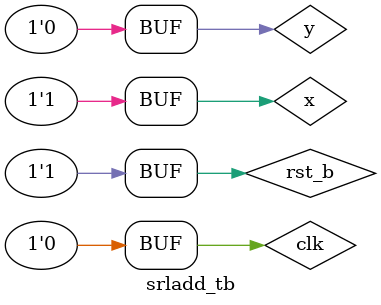
<source format=v>
module srladd(  //mealy
  input clk,
  input rst_b,
  input x,
  input y,
  output z
  
);

  localparam S0_ST=0;
  localparam S1_ST=1;
  
  reg st;
  reg st_nxt;
  
  always @(*)
    case (st)
      S0_ST: if(x && y) st_nxt=S1_ST;
             else       st_nxt=S0_ST;
      S1_ST: if(!x && !y) st_nxt=S0_ST;
             else         st_nxt=S1_ST;
    endcase
  assign z = x^y^st;
  always @(posedge clk, negedge rst_b)
          if(!rst_b) st<=S0_ST;
            else st<=st_nxt;
endmodule

module srladd_tb;
  reg clk, rst_b, x, y;
  wire z;
  
  srladd inst1(.clk(clk),.rst_b(rst_b),.x(x),.y(y),.z(z));
  
  localparam CLK_PERIOD=100;
  localparam RUNNING_CYCLES=5;
  
  initial begin
    clk=0;
    repeat (2*RUNNING_CYCLES) #(CLK_PERIOD/2) clk=~clk;
  end
  
  localparam RST_DURATION=20;
  initial begin
    rst_b=0;
    #RST_DURATION rst_b=1;
    // #10 rst_b=1;
  end
  
  initial begin
    x=0;
    #(1*CLK_PERIOD) x=~x; //1
    #(1*CLK_PERIOD) x=~x; //0
    #(1*CLK_PERIOD) x=~x; //1
    #(1*CLK_PERIOD) x=~x; //0
    #(1*CLK_PERIOD) x=~x; //1
  end
  
   initial begin
    y=0;
    #(2*CLK_PERIOD) y=~y; //1
    #(2*CLK_PERIOD) y=~y; //1
    
  end
endmodule
  
</source>
